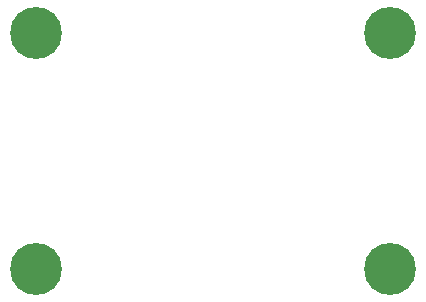
<source format=gbl>
%TF.GenerationSoftware,KiCad,Pcbnew,8.0.2-1*%
%TF.CreationDate,2024-12-23T22:16:29+00:00*%
%TF.ProjectId,20x30-jacdac-MH-0.1,32307833-302d-46a6-9163-6461632d4d48,v0.1*%
%TF.SameCoordinates,PX8d24d00PY36d6160*%
%TF.FileFunction,Copper,L4,Bot*%
%TF.FilePolarity,Positive*%
%FSLAX46Y46*%
G04 Gerber Fmt 4.6, Leading zero omitted, Abs format (unit mm)*
G04 Created by KiCad (PCBNEW 8.0.2-1) date 2024-12-23 22:16:29*
%MOMM*%
%LPD*%
G01*
G04 APERTURE LIST*
%TA.AperFunction,ComponentPad*%
%ADD10C,4.400000*%
%TD*%
%TA.AperFunction,FiducialPad,Local*%
%ADD11C,4.400000*%
%TD*%
G04 APERTURE END LIST*
D10*
%TO.P,MH3,MH3,MH3*%
%TO.N,JD_PWR*%
X-15000800Y-10000800D03*
%TD*%
%TO.P,MH4,MH4,MH4*%
%TO.N,GND*%
X15000000Y-9999999D03*
%TD*%
%TO.P,MH2,MH2,MH2*%
%TO.N,GND*%
X15000000Y10000000D03*
%TD*%
D11*
%TO.P,MH1,MH1,MH1*%
%TO.N,JD_DATA*%
X-15000000Y10000001D03*
%TD*%
M02*

</source>
